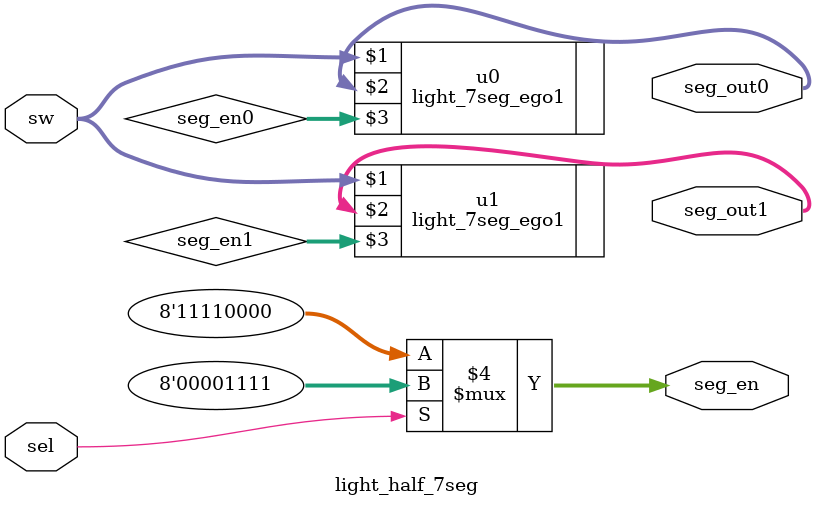
<source format=v>
`timescale 1ns / 1ps


module light_half_7seg(input sel, input [3:0]sw,output [7:0] seg_out0,seg_out1, output  reg [7:0] seg_en);

//module light_7seg_ego1(input [3:0]sw,output reg [7:0] seg_out, output [7:0] seg_en);
wire [7:0] seg_en0,seg_en1;
light_7seg_ego1 u0(sw,seg_out0,seg_en0);
light_7seg_ego1 u1(sw,seg_out1,seg_en1);

always @* 
    if(sel==1'b0) 
        seg_en = {4'hf,4'h0};
    else
        seg_en = {4'h0,4'hf};    
        
endmodule

</source>
